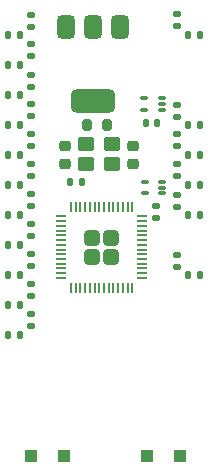
<source format=gbr>
%TF.GenerationSoftware,KiCad,Pcbnew,9.0.2-9.0.2-0~ubuntu22.04.1*%
%TF.CreationDate,2025-06-23T10:34:33-07:00*%
%TF.ProjectId,ds1486,64733134-3836-42e6-9b69-6361645f7063,rev?*%
%TF.SameCoordinates,Original*%
%TF.FileFunction,Paste,Top*%
%TF.FilePolarity,Positive*%
%FSLAX46Y46*%
G04 Gerber Fmt 4.6, Leading zero omitted, Abs format (unit mm)*
G04 Created by KiCad (PCBNEW 9.0.2-9.0.2-0~ubuntu22.04.1) date 2025-06-23 10:34:33*
%MOMM*%
%LPD*%
G01*
G04 APERTURE LIST*
G04 Aperture macros list*
%AMRoundRect*
0 Rectangle with rounded corners*
0 $1 Rounding radius*
0 $2 $3 $4 $5 $6 $7 $8 $9 X,Y pos of 4 corners*
0 Add a 4 corners polygon primitive as box body*
4,1,4,$2,$3,$4,$5,$6,$7,$8,$9,$2,$3,0*
0 Add four circle primitives for the rounded corners*
1,1,$1+$1,$2,$3*
1,1,$1+$1,$4,$5*
1,1,$1+$1,$6,$7*
1,1,$1+$1,$8,$9*
0 Add four rect primitives between the rounded corners*
20,1,$1+$1,$2,$3,$4,$5,0*
20,1,$1+$1,$4,$5,$6,$7,0*
20,1,$1+$1,$6,$7,$8,$9,0*
20,1,$1+$1,$8,$9,$2,$3,0*%
G04 Aperture macros list end*
%ADD10RoundRect,0.140000X-0.140000X-0.170000X0.140000X-0.170000X0.140000X0.170000X-0.140000X0.170000X0*%
%ADD11RoundRect,0.140000X-0.170000X0.140000X-0.170000X-0.140000X0.170000X-0.140000X0.170000X0.140000X0*%
%ADD12RoundRect,0.135000X-0.135000X-0.185000X0.135000X-0.185000X0.135000X0.185000X-0.135000X0.185000X0*%
%ADD13RoundRect,0.135000X-0.185000X0.135000X-0.185000X-0.135000X0.185000X-0.135000X0.185000X0.135000X0*%
%ADD14RoundRect,0.135000X0.135000X0.185000X-0.135000X0.185000X-0.135000X-0.185000X0.135000X-0.185000X0*%
%ADD15RoundRect,0.250000X0.300000X0.300000X-0.300000X0.300000X-0.300000X-0.300000X0.300000X-0.300000X0*%
%ADD16RoundRect,0.250000X0.450000X0.350000X-0.450000X0.350000X-0.450000X-0.350000X0.450000X-0.350000X0*%
%ADD17RoundRect,0.050000X0.285000X0.100000X-0.285000X0.100000X-0.285000X-0.100000X0.285000X-0.100000X0*%
%ADD18RoundRect,0.225000X-0.250000X0.225000X-0.250000X-0.225000X0.250000X-0.225000X0.250000X0.225000X0*%
%ADD19RoundRect,0.225000X0.250000X-0.225000X0.250000X0.225000X-0.250000X0.225000X-0.250000X-0.225000X0*%
%ADD20RoundRect,0.249999X0.395001X0.395001X-0.395001X0.395001X-0.395001X-0.395001X0.395001X-0.395001X0*%
%ADD21RoundRect,0.050000X0.387500X0.050000X-0.387500X0.050000X-0.387500X-0.050000X0.387500X-0.050000X0*%
%ADD22RoundRect,0.050000X0.050000X0.387500X-0.050000X0.387500X-0.050000X-0.387500X0.050000X-0.387500X0*%
%ADD23RoundRect,0.375000X-0.375000X0.625000X-0.375000X-0.625000X0.375000X-0.625000X0.375000X0.625000X0*%
%ADD24RoundRect,0.500000X-1.400000X0.500000X-1.400000X-0.500000X1.400000X-0.500000X1.400000X0.500000X0*%
%ADD25RoundRect,0.200000X0.200000X0.275000X-0.200000X0.275000X-0.200000X-0.275000X0.200000X-0.275000X0*%
G04 APERTURE END LIST*
D10*
%TO.C,C19*%
X122940000Y-74700000D03*
X123900000Y-74700000D03*
%TD*%
D11*
%TO.C,C18*%
X123800000Y-81800000D03*
X123800000Y-82760000D03*
%TD*%
D12*
%TO.C,R12*%
X111300000Y-69850000D03*
X112320000Y-69850000D03*
%TD*%
%TO.C,R5*%
X111300000Y-85100000D03*
X112320000Y-85100000D03*
%TD*%
D13*
%TO.C,R33*%
X113250000Y-68080000D03*
X113250000Y-69100000D03*
%TD*%
%TO.C,R28*%
X125550000Y-78230000D03*
X125550000Y-79250000D03*
%TD*%
%TO.C,R21*%
X113250000Y-85830000D03*
X113250000Y-86850000D03*
%TD*%
D12*
%TO.C,R19*%
X111280000Y-67300000D03*
X112300000Y-67300000D03*
%TD*%
D14*
%TO.C,R17*%
X127500000Y-80000000D03*
X126480000Y-80000000D03*
%TD*%
D13*
%TO.C,R35*%
X113250000Y-65580000D03*
X113250000Y-66600000D03*
%TD*%
D14*
%TO.C,R11*%
X127500000Y-67300000D03*
X126480000Y-67300000D03*
%TD*%
D12*
%TO.C,R7*%
X111300000Y-80000000D03*
X112320000Y-80000000D03*
%TD*%
%TO.C,R6*%
X111300000Y-87650000D03*
X112320000Y-87650000D03*
%TD*%
D13*
%TO.C,R3*%
X113250000Y-90930000D03*
X113250000Y-91950000D03*
%TD*%
D15*
%TO.C,D1*%
X116050000Y-102950000D03*
X113250000Y-102950000D03*
%TD*%
D13*
%TO.C,R29*%
X125550000Y-85880000D03*
X125550000Y-86900000D03*
%TD*%
%TO.C,R34*%
X125550000Y-65530000D03*
X125550000Y-66550000D03*
%TD*%
D12*
%TO.C,R14*%
X111300000Y-72400000D03*
X112320000Y-72400000D03*
%TD*%
D16*
%TO.C,Y2*%
X120080000Y-76550000D03*
X117880000Y-76550000D03*
X117880000Y-78250000D03*
X120080000Y-78250000D03*
%TD*%
D12*
%TO.C,R9*%
X111300000Y-74950000D03*
X112320000Y-74950000D03*
%TD*%
D13*
%TO.C,R31*%
X113250000Y-70650000D03*
X113250000Y-71670000D03*
%TD*%
D12*
%TO.C,R4*%
X111300000Y-90150000D03*
X112320000Y-90150000D03*
%TD*%
D17*
%TO.C,U5*%
X124300000Y-73600000D03*
X124300000Y-73100000D03*
X124300000Y-72600000D03*
X122820000Y-72600000D03*
X122820000Y-73600000D03*
%TD*%
D14*
%TO.C,R18*%
X127500000Y-77450000D03*
X126480000Y-77450000D03*
%TD*%
D18*
%TO.C,C3*%
X121850000Y-76650000D03*
X121850000Y-78200000D03*
%TD*%
D14*
%TO.C,R13*%
X127500000Y-74900000D03*
X126480000Y-74900000D03*
%TD*%
%TO.C,R16*%
X127500000Y-87600000D03*
X126480000Y-87600000D03*
%TD*%
D13*
%TO.C,R32*%
X125550000Y-73230000D03*
X125550000Y-74250000D03*
%TD*%
%TO.C,R22*%
X113250000Y-83300000D03*
X113250000Y-84320000D03*
%TD*%
D17*
%TO.C,U7*%
X124330000Y-80700000D03*
X124330000Y-80200000D03*
X124330000Y-79700000D03*
X122850000Y-79700000D03*
X122850000Y-80700000D03*
%TD*%
D13*
%TO.C,R24*%
X113250000Y-78230000D03*
X113250000Y-79250000D03*
%TD*%
%TO.C,R26*%
X113250000Y-73130000D03*
X113250000Y-74150000D03*
%TD*%
D14*
%TO.C,R15*%
X127500000Y-82550000D03*
X126480000Y-82550000D03*
%TD*%
D13*
%TO.C,R30*%
X125550000Y-80800000D03*
X125550000Y-81820000D03*
%TD*%
%TO.C,R27*%
X125550000Y-75700000D03*
X125550000Y-76720000D03*
%TD*%
D19*
%TO.C,C4*%
X116100000Y-78200000D03*
X116100000Y-76650000D03*
%TD*%
D13*
%TO.C,R25*%
X113250000Y-75680000D03*
X113250000Y-76700000D03*
%TD*%
D20*
%TO.C,U1*%
X120000000Y-86050000D03*
X120000000Y-84450000D03*
X118400000Y-86050000D03*
X118400000Y-84450000D03*
D21*
X122637500Y-87850000D03*
X122637500Y-87450000D03*
X122637500Y-87050000D03*
X122637500Y-86650000D03*
X122637500Y-86250000D03*
X122637500Y-85850000D03*
X122637500Y-85450000D03*
X122637500Y-85050000D03*
X122637500Y-84650000D03*
X122637500Y-84250000D03*
X122637500Y-83850000D03*
X122637500Y-83450000D03*
X122637500Y-83050000D03*
X122637500Y-82650000D03*
D22*
X121800000Y-81812500D03*
X121400000Y-81812500D03*
X121000000Y-81812500D03*
X120600000Y-81812500D03*
X120200000Y-81812500D03*
X119800000Y-81812500D03*
X119400000Y-81812500D03*
X119000000Y-81812500D03*
X118600000Y-81812500D03*
X118200000Y-81812500D03*
X117800000Y-81812500D03*
X117400000Y-81812500D03*
X117000000Y-81812500D03*
X116600000Y-81812500D03*
D21*
X115762500Y-82650000D03*
X115762500Y-83050000D03*
X115762500Y-83450000D03*
X115762500Y-83850000D03*
X115762500Y-84250000D03*
X115762500Y-84650000D03*
X115762500Y-85050000D03*
X115762500Y-85450000D03*
X115762500Y-85850000D03*
X115762500Y-86250000D03*
X115762500Y-86650000D03*
X115762500Y-87050000D03*
X115762500Y-87450000D03*
X115762500Y-87850000D03*
D22*
X116600000Y-88687500D03*
X117000000Y-88687500D03*
X117400000Y-88687500D03*
X117800000Y-88687500D03*
X118200000Y-88687500D03*
X118600000Y-88687500D03*
X119000000Y-88687500D03*
X119400000Y-88687500D03*
X119800000Y-88687500D03*
X120200000Y-88687500D03*
X120600000Y-88687500D03*
X121000000Y-88687500D03*
X121400000Y-88687500D03*
X121800000Y-88687500D03*
%TD*%
D12*
%TO.C,R8*%
X111300000Y-82550000D03*
X112320000Y-82550000D03*
%TD*%
D23*
%TO.C,U3*%
X120750000Y-66600000D03*
X118450000Y-66600000D03*
D24*
X118450000Y-72900000D03*
D23*
X116150000Y-66600000D03*
%TD*%
D12*
%TO.C,R36*%
X116480000Y-79700000D03*
X117500000Y-79700000D03*
%TD*%
%TO.C,R10*%
X111300000Y-77450000D03*
X112320000Y-77450000D03*
%TD*%
%TO.C,R2*%
X111300000Y-92700000D03*
X112320000Y-92700000D03*
%TD*%
D25*
%TO.C,R1*%
X119630000Y-74900000D03*
X117980000Y-74900000D03*
%TD*%
D13*
%TO.C,R23*%
X113250000Y-80780000D03*
X113250000Y-81800000D03*
%TD*%
%TO.C,R20*%
X113250000Y-88380000D03*
X113250000Y-89400000D03*
%TD*%
D15*
%TO.C,D2*%
X125850000Y-102950000D03*
X123050000Y-102950000D03*
%TD*%
M02*

</source>
